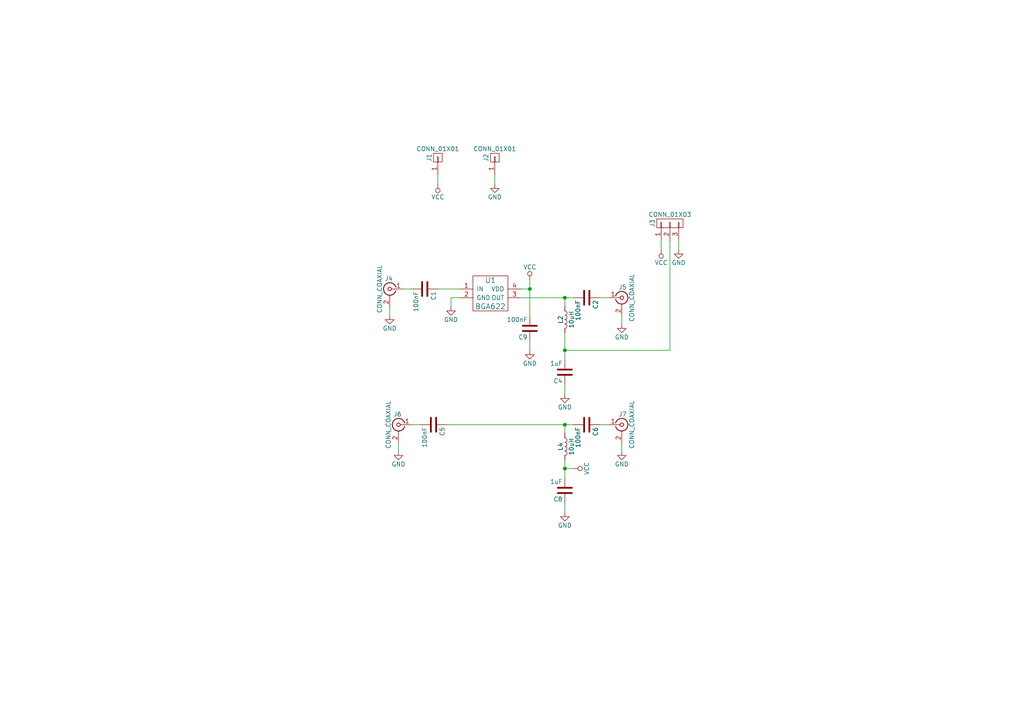
<source format=kicad_sch>
(kicad_sch (version 20230121) (generator eeschema)
  (paper "A4")
  (lib_symbols
    (symbol "BGA622H6820-rescue:BGA420" (pin_names (offset 1.016))
      (property "Reference" "U" (at 0 3.81 0))
      (property "Value" "BGA420" (at 0 -3.81 0))
      (symbol "BGA420_0_1"
        (rectangle (start -5.08 5.08) (end 5.08 -5.08))
      )
      (symbol "BGA420_1_1"
        (pin input line (at -8.89 1.27 0) (length 3.81) (name "IN") (number "1"))
        (pin power_in line (at -8.89 -1.27 0) (length 3.81) (name "GND") (number "2"))
        (pin output line (at 8.89 -1.27 180) (length 3.81) (name "OUT") (number "3"))
        (pin power_in line (at 8.89 1.27 180) (length 3.81) (name "VDD") (number "4"))
      )
    )
    (symbol "BGA622H6820-rescue:C" (pin_numbers hide) (pin_names (offset 0.254))
      (property "Reference" "C" (at 0.635 2.54 0))
      (property "Value" "C" (at 0.635 -2.54 0))
      (symbol "C_0_1"
        (polyline (pts (xy -2.032 -0.762) (xy 2.032 -0.762)) (stroke (width 0.508)))
        (polyline (pts (xy -2.032 0.762) (xy 2.032 0.762)) (stroke (width 0.508)))
      )
      (symbol "C_1_1"
        (pin passive line (at 0 3.81 270) (length 2.794) (name "~") (number "1"))
        (pin passive line (at 0 -3.81 90) (length 2.794) (name "~") (number "2"))
      )
    )
    (symbol "BGA622H6820-rescue:CONN_01X01" (pin_names (offset 1.016) hide)
      (property "Reference" "J" (at 0 2.54 0))
      (property "Value" "CONN_01X01" (at 2.54 0 90))
      (symbol "CONN_01X01_0_1"
        (rectangle (start -1.27 0.127) (end 0.254 -0.127))
        (rectangle (start -1.27 1.27) (end 1.27 -1.27))
      )
      (symbol "CONN_01X01_1_1"
        (pin passive line (at -5.08 0 0) (length 3.81) (name "P1") (number "1"))
      )
    )
    (symbol "BGA622H6820-rescue:CONN_01X03" (pin_names (offset 1.016) hide)
      (property "Reference" "J" (at 0 5.08 0))
      (property "Value" "CONN_01X03" (at 2.54 0 90))
      (symbol "CONN_01X03_0_1"
        (rectangle (start -1.27 -2.413) (end 0.254 -2.667))
        (rectangle (start -1.27 0.127) (end 0.254 -0.127))
        (rectangle (start -1.27 2.667) (end 0.254 2.413))
        (rectangle (start -1.27 3.81) (end 1.27 -3.81))
      )
      (symbol "CONN_01X03_1_1"
        (pin passive line (at -5.08 2.54 0) (length 3.81) (name "P1") (number "1"))
        (pin passive line (at -5.08 0 0) (length 3.81) (name "P2") (number "2"))
        (pin passive line (at -5.08 -2.54 0) (length 3.81) (name "P3") (number "3"))
      )
    )
    (symbol "BGA622H6820-rescue:CONN_COAXIAL" (pin_names (offset 1.016) hide)
      (property "Reference" "J" (at 0.254 3.048 0))
      (property "Value" "CONN_COAXIAL" (at 2.921 0 90))
      (symbol "CONN_COAXIAL_0_1"
        (arc (start -1.778 -0.508) (mid 0.2311 -1.8066) (end 1.778 0) (stroke (width 0.254)))
        (polyline (pts (xy -1.27 0) (xy -0.508 0)))
        (polyline (pts (xy 0 -2.54) (xy 0 -1.778)))
        (circle (center 0 0) (radius 0.508) (stroke (width 0.2032)))
        (arc (start 1.778 0) (mid 0.2099 1.8101) (end -1.778 0.508) (stroke (width 0.254)))
      )
      (symbol "CONN_COAXIAL_1_1"
        (pin passive line (at -3.81 0 0) (length 2.54) (name "In") (number "1"))
        (pin passive line (at 0 -5.08 90) (length 2.54) (name "Ext") (number "2"))
      )
    )
    (symbol "BGA622H6820-rescue:GND" (power) (pin_names (offset 0))
      (property "Value" "GND" (at 0 -3.81 0))
      (symbol "GND_0_1"
        (polyline (pts (xy 0 0) (xy 0 -1.27) (xy 1.27 -1.27) (xy 0 -2.54) (xy -1.27 -1.27) (xy 0 -1.27)))
      )
      (symbol "GND_1_1"
        (pin power_in line (at 0 0 270) (length 0) hide (name "GND") (number "1"))
      )
    )
    (symbol "BGA622H6820-rescue:L" (pin_numbers hide) (pin_names (offset 1.016) hide)
      (property "Reference" "L" (at -1.27 0 90))
      (property "Value" "L" (at 1.905 0 90))
      (symbol "L_0_1"
        (arc (start 0 -2.54) (mid 0.6323 -1.905) (end 0 -1.27))
        (arc (start 0 -1.27) (mid 0.6323 -0.635) (end 0 0))
        (arc (start 0 0) (mid 0.6323 0.635) (end 0 1.27))
        (arc (start 0 1.27) (mid 0.6323 1.905) (end 0 2.54))
      )
      (symbol "L_1_1"
        (pin passive line (at 0 3.81 270) (length 1.27) (name "1") (number "1"))
        (pin passive line (at 0 -3.81 90) (length 1.27) (name "2") (number "2"))
      )
    )
    (symbol "BGA622H6820-rescue:VCC" (power) (pin_names (offset 0))
      (property "Value" "VCC" (at 0 3.81 0))
      (symbol "VCC_0_1"
        (polyline (pts (xy 0 0) (xy 0 1.27)))
        (circle (center 0 1.905) (radius 0.635))
      )
      (symbol "VCC_1_1"
        (pin power_in line (at 0 0 90) (length 0) hide (name "VCC") (number "1"))
      )
    )
  )
  (junction (at 163.83 101.6))
  (junction (at 163.83 86.36))
  (junction (at 163.83 135.89))
  (junction (at 163.83 123.19))
  (junction (at 153.67 83.82))
  (wire (pts (xy 194.31 101.6) (xy 194.31 69.85)))
  (wire (pts (xy 163.83 123.19) (xy 166.37 123.19)))
  (wire (pts (xy 163.83 111.76) (xy 163.83 114.3)))
  (wire (pts (xy 127 50.8) (xy 127 53.34)))
  (wire (pts (xy 173.99 123.19) (xy 176.53 123.19)))
  (wire (pts (xy 163.83 101.6) (xy 194.31 101.6)))
  (wire (pts (xy 196.85 69.85) (xy 196.85 72.39)))
  (wire (pts (xy 130.81 86.36) (xy 133.35 86.36)))
  (wire (pts (xy 113.03 91.44) (xy 113.03 88.9)))
  (wire (pts (xy 163.83 135.89) (xy 166.37 135.89)))
  (wire (pts (xy 163.83 88.9) (xy 163.83 86.36)))
  (wire (pts (xy 163.83 123.19) (xy 163.83 125.73)))
  (wire (pts (xy 153.67 83.82) (xy 153.67 91.44)))
  (wire (pts (xy 151.13 86.36) (xy 163.83 86.36)))
  (wire (pts (xy 153.67 99.06) (xy 153.67 101.6)))
  (wire (pts (xy 191.77 69.85) (xy 191.77 72.39)))
  (wire (pts (xy 180.34 91.44) (xy 180.34 93.98)))
  (wire (pts (xy 115.57 130.81) (xy 115.57 128.27)))
  (wire (pts (xy 180.34 128.27) (xy 180.34 130.81)))
  (wire (pts (xy 163.83 96.52) (xy 163.83 101.6)))
  (wire (pts (xy 163.83 86.36) (xy 166.37 86.36)))
  (wire (pts (xy 130.81 88.9) (xy 130.81 86.36)))
  (wire (pts (xy 127 83.82) (xy 133.35 83.82)))
  (wire (pts (xy 163.83 146.05) (xy 163.83 148.59)))
  (wire (pts (xy 116.84 83.82) (xy 119.38 83.82)))
  (wire (pts (xy 153.67 81.28) (xy 153.67 83.82)))
  (wire (pts (xy 163.83 101.6) (xy 163.83 104.14)))
  (wire (pts (xy 163.83 135.89) (xy 163.83 138.43)))
  (wire (pts (xy 173.99 86.36) (xy 176.53 86.36)))
  (wire (pts (xy 163.83 133.35) (xy 163.83 135.89)))
  (wire (pts (xy 129.54 123.19) (xy 163.83 123.19)))
  (wire (pts (xy 119.38 123.19) (xy 121.92 123.19)))
  (wire (pts (xy 143.51 50.8) (xy 143.51 53.34)))
  (wire (pts (xy 153.67 83.82) (xy 151.13 83.82)))
  (symbol (lib_id "BGA622H6820-rescue:CONN_COAXIAL") (at 180.34 86.36 0) (unit 1)
    (property "Reference" "J5" (at 180.594 83.312 0))
    (property "Value" "CONN_COAXIAL" (at 183.261 86.36 90))
    (property "Footprint" "gsg-modules:SMA-VERTICAL" (effects hide))
  )
  (symbol (lib_id "BGA622H6820-rescue:CONN_COAXIAL") (at 113.03 83.82 0) (mirror y) (unit 1)
    (property "Reference" "J4" (at 112.776 80.772 0))
    (property "Value" "CONN_COAXIAL" (at 110.109 83.82 90))
    (property "Footprint" "gsg-modules:SMA-VERTICAL" (effects hide))
  )
  (symbol (lib_id "BGA622H6820-rescue:C") (at 170.18 86.36 270) (unit 1)
    (property "Reference" "C2" (at 172.72 86.995 0) (effects (justify left)))
    (property "Value" "100nF" (at 167.64 86.995 0) (effects (justify left)))
    (property "Footprint" "gsg-modules:0402" (effects hide))
  )
  (symbol (lib_id "BGA622H6820-rescue:C") (at 123.19 83.82 270) (unit 1)
    (property "Reference" "C1" (at 125.73 84.455 0) (effects (justify left)))
    (property "Value" "100nF" (at 120.65 84.455 0) (effects (justify left)))
    (property "Footprint" "gsg-modules:0402" (effects hide))
  )
  (symbol (lib_id "BGA622H6820-rescue:L") (at 163.83 92.71 0) (unit 1)
    (property "Reference" "L2" (at 162.56 92.71 90))
    (property "Value" "10uH" (at 165.735 92.71 90))
    (property "Footprint" "gsg-modules:0603" (effects hide))
  )
  (symbol (lib_id "BGA622H6820-rescue:C") (at 163.83 107.95 180) (unit 1)
    (property "Reference" "C4" (at 163.195 110.49 0) (effects (justify left)))
    (property "Value" "1uF" (at 163.195 105.41 0) (effects (justify left)))
    (property "Footprint" "gsg-modules:0603" (effects hide))
  )
  (symbol (lib_id "BGA622H6820-rescue:GND") (at 163.83 114.3 0) (unit 1)
    (property "Reference" "#PWR01" (effects hide))
    (property "Value" "GND" (at 163.83 118.11 0))
  )
  (symbol (lib_id "BGA622H6820-rescue:GND") (at 180.34 93.98 0) (unit 1)
    (property "Reference" "#PWR02" (effects hide))
    (property "Value" "GND" (at 180.34 97.79 0))
  )
  (symbol (lib_id "BGA622H6820-rescue:GND") (at 113.03 91.44 0) (unit 1)
    (property "Reference" "#PWR03" (effects hide))
    (property "Value" "GND" (at 113.03 95.25 0))
  )
  (symbol (lib_id "BGA622H6820-rescue:CONN_01X03") (at 194.31 64.77 90) (unit 1)
    (property "Reference" "J3" (at 189.23 64.77 0))
    (property "Value" "CONN_01X03" (at 194.31 62.23 90))
    (property "Footprint" "gsg-modules:HEADER-1x3" (effects hide))
  )
  (symbol (lib_id "BGA622H6820-rescue:VCC") (at 191.77 72.39 180) (unit 1)
    (property "Reference" "#PWR04" (effects hide))
    (property "Value" "VCC" (at 191.77 76.2 0))
  )
  (symbol (lib_id "BGA622H6820-rescue:GND") (at 196.85 72.39 0) (unit 1)
    (property "Reference" "#PWR05" (effects hide))
    (property "Value" "GND" (at 196.85 76.2 0))
  )
  (symbol (lib_id "BGA622H6820-rescue:C") (at 153.67 95.25 180) (unit 1)
    (property "Reference" "C9" (at 153.035 97.79 0) (effects (justify left)))
    (property "Value" "100nF" (at 153.035 92.71 0) (effects (justify left)))
    (property "Footprint" "gsg-modules:0402" (effects hide))
  )
  (symbol (lib_id "BGA622H6820-rescue:CONN_01X01") (at 127 45.72 90) (unit 1)
    (property "Reference" "J1" (at 124.46 45.72 0))
    (property "Value" "CONN_01X01" (at 127 43.18 90))
    (property "Footprint" "gsg-modules:HEADER-1x1" (effects hide))
  )
  (symbol (lib_id "BGA622H6820-rescue:CONN_01X01") (at 143.51 45.72 90) (unit 1)
    (property "Reference" "J2" (at 140.97 45.72 0))
    (property "Value" "CONN_01X01" (at 143.51 43.18 90))
    (property "Footprint" "gsg-modules:HEADER-1x1" (effects hide))
  )
  (symbol (lib_id "BGA622H6820-rescue:VCC") (at 127 53.34 180) (unit 1)
    (property "Reference" "#PWR06" (effects hide))
    (property "Value" "VCC" (at 127 57.15 0))
  )
  (symbol (lib_id "BGA622H6820-rescue:GND") (at 153.67 101.6 0) (unit 1)
    (property "Reference" "#PWR012" (effects hide))
    (property "Value" "GND" (at 153.67 105.41 0))
  )
  (symbol (lib_id "BGA622H6820-rescue:GND") (at 143.51 53.34 0) (unit 1)
    (property "Reference" "#PWR07" (effects hide))
    (property "Value" "GND" (at 143.51 57.15 0))
  )
  (symbol (lib_id "BGA622H6820-rescue:CONN_COAXIAL") (at 180.34 123.19 0) (unit 1)
    (property "Reference" "J7" (at 180.594 120.142 0))
    (property "Value" "CONN_COAXIAL" (at 183.261 123.19 90))
    (property "Footprint" "gsg-modules:SMA-VERTICAL" (effects hide))
  )
  (symbol (lib_id "BGA622H6820-rescue:CONN_COAXIAL") (at 115.57 123.19 0) (mirror y) (unit 1)
    (property "Reference" "J6" (at 115.316 120.142 0))
    (property "Value" "CONN_COAXIAL" (at 112.649 123.19 90))
    (property "Footprint" "gsg-modules:SMA-VERTICAL" (effects hide))
  )
  (symbol (lib_id "BGA622H6820-rescue:C") (at 170.18 123.19 270) (unit 1)
    (property "Reference" "C6" (at 172.72 123.825 0) (effects (justify left)))
    (property "Value" "100nF" (at 167.64 123.825 0) (effects (justify left)))
    (property "Footprint" "gsg-modules:0402" (effects hide))
  )
  (symbol (lib_id "BGA622H6820-rescue:C") (at 125.73 123.19 270) (unit 1)
    (property "Reference" "C5" (at 128.27 123.825 0) (effects (justify left)))
    (property "Value" "100nF" (at 123.19 123.825 0) (effects (justify left)))
    (property "Footprint" "gsg-modules:0402" (effects hide))
  )
  (symbol (lib_id "BGA622H6820-rescue:L") (at 163.83 129.54 0) (unit 1)
    (property "Reference" "L4" (at 162.56 129.54 90))
    (property "Value" "10uH" (at 165.735 129.54 90))
    (property "Footprint" "gsg-modules:0603" (effects hide))
  )
  (symbol (lib_id "BGA622H6820-rescue:C") (at 163.83 142.24 180) (unit 1)
    (property "Reference" "C8" (at 163.195 144.78 0) (effects (justify left)))
    (property "Value" "1uF" (at 163.195 139.7 0) (effects (justify left)))
    (property "Footprint" "gsg-modules:0603" (effects hide))
  )
  (symbol (lib_id "BGA622H6820-rescue:GND") (at 163.83 148.59 0) (unit 1)
    (property "Reference" "#PWR08" (effects hide))
    (property "Value" "GND" (at 163.83 152.4 0))
  )
  (symbol (lib_id "BGA622H6820-rescue:VCC") (at 166.37 135.89 270) (unit 1)
    (property "Reference" "#PWR09" (effects hide))
    (property "Value" "VCC" (at 170.18 135.89 0))
  )
  (symbol (lib_id "BGA622H6820-rescue:GND") (at 180.34 130.81 0) (unit 1)
    (property "Reference" "#PWR010" (effects hide))
    (property "Value" "GND" (at 180.34 134.62 0))
  )
  (symbol (lib_id "BGA622H6820-rescue:GND") (at 115.57 130.81 0) (unit 1)
    (property "Reference" "#PWR011" (effects hide))
    (property "Value" "GND" (at 115.57 134.62 0))
  )
  (symbol (lib_id "BGA622H6820-rescue:BGA420") (at 142.24 85.09 0) (unit 1)
    (property "Reference" "U1" (at 142.24 81.28 0) (effects (font (size 1.524 1.524))))
    (property "Value" "BGA622" (at 142.24 88.9 0) (effects (font (size 1.524 1.524))))
    (property "Footprint" "gsg-modules:SOT343" (effects hide))
  )
  (symbol (lib_id "BGA622H6820-rescue:GND") (at 130.81 88.9 0) (unit 1)
    (property "Reference" "#PWR013" (effects hide))
    (property "Value" "GND" (at 130.81 92.71 0))
  )
  (symbol (lib_id "BGA622H6820-rescue:VCC") (at 153.67 81.28 0) (unit 1)
    (property "Reference" "#PWR014" (effects hide))
    (property "Value" "VCC" (at 153.67 77.47 0))
  )
)
</source>
